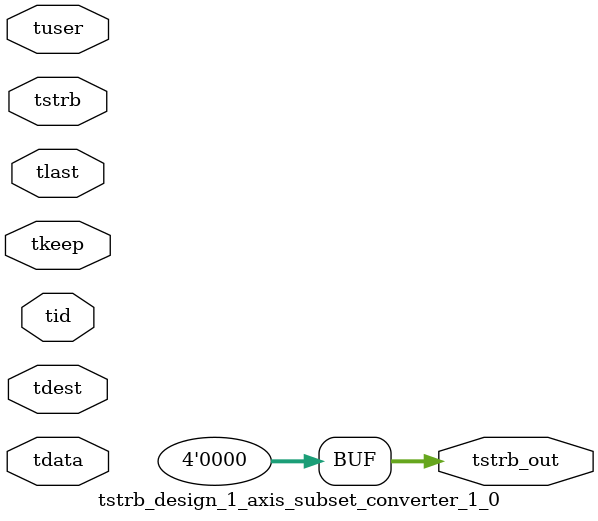
<source format=v>


`timescale 1ps/1ps

module tstrb_design_1_axis_subset_converter_1_0 #
(
parameter C_S_AXIS_TDATA_WIDTH = 32,
parameter C_S_AXIS_TUSER_WIDTH = 0,
parameter C_S_AXIS_TID_WIDTH   = 0,
parameter C_S_AXIS_TDEST_WIDTH = 0,
parameter C_M_AXIS_TDATA_WIDTH = 32
)
(
input  [(C_S_AXIS_TDATA_WIDTH == 0 ? 1 : C_S_AXIS_TDATA_WIDTH)-1:0     ] tdata,
input  [(C_S_AXIS_TUSER_WIDTH == 0 ? 1 : C_S_AXIS_TUSER_WIDTH)-1:0     ] tuser,
input  [(C_S_AXIS_TID_WIDTH   == 0 ? 1 : C_S_AXIS_TID_WIDTH)-1:0       ] tid,
input  [(C_S_AXIS_TDEST_WIDTH == 0 ? 1 : C_S_AXIS_TDEST_WIDTH)-1:0     ] tdest,
input  [(C_S_AXIS_TDATA_WIDTH/8)-1:0 ] tkeep,
input  [(C_S_AXIS_TDATA_WIDTH/8)-1:0 ] tstrb,
input                                                                    tlast,
output [(C_M_AXIS_TDATA_WIDTH/8)-1:0 ] tstrb_out
);

assign tstrb_out = {1'b0};

endmodule


</source>
